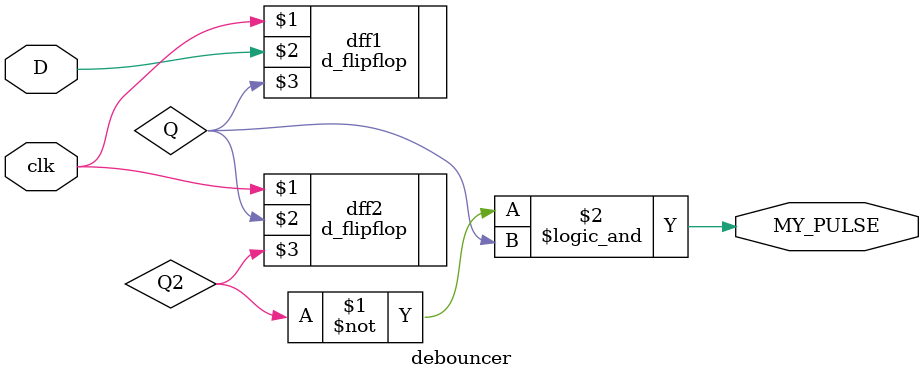
<source format=v>
`timescale 1ns / 1ps

module debouncer(input clk,D, output MY_PULSE);
    //wire clk;
    wire Q;
    wire Q2;
    //clock_divider_slower cds1 (CLOCK,clk);
    //clock_divider_half cdh1 (CLK,clk);
    d_flipflop dff1 (clk, D, Q);
    d_flipflop dff2 (clk, Q, Q2);
    assign MY_PULSE =  (~Q2) && Q;
endmodule


</source>
